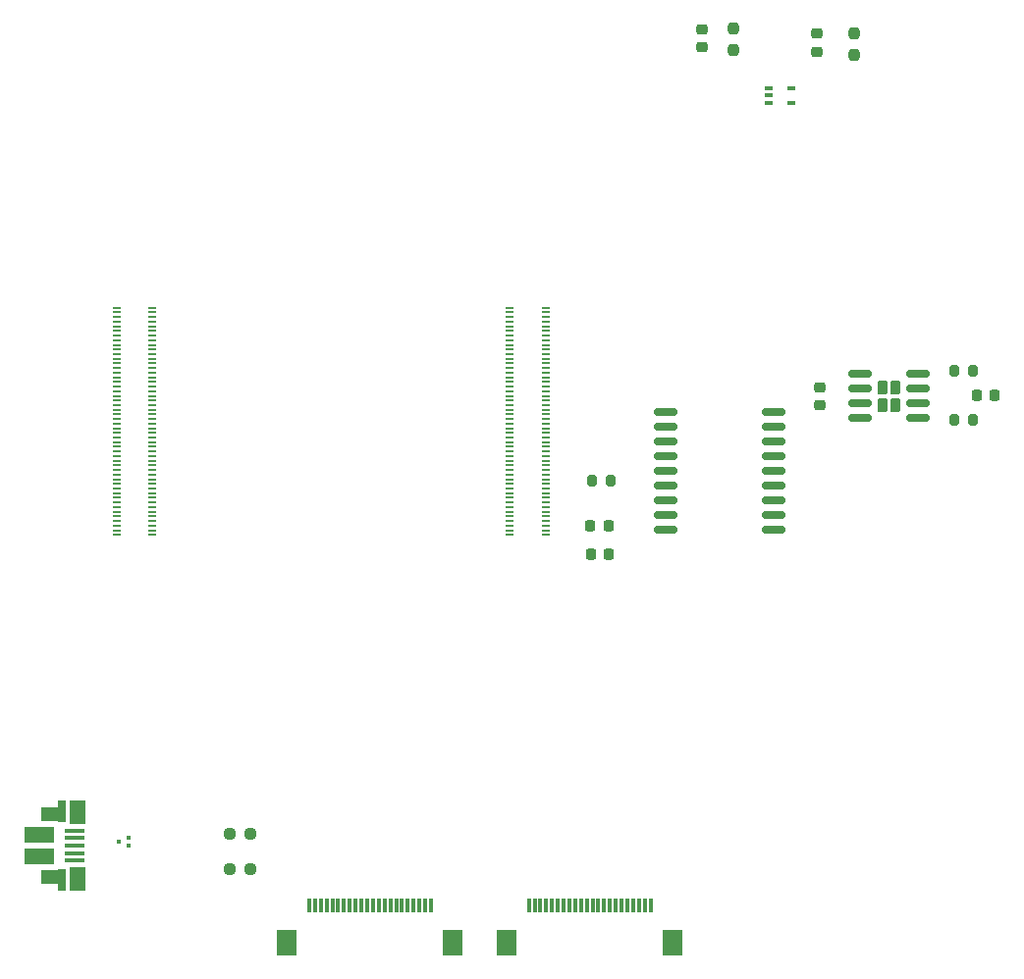
<source format=gtp>
%TF.GenerationSoftware,KiCad,Pcbnew,(6.0.0)*%
%TF.CreationDate,2022-04-24T15:03:07-06:00*%
%TF.ProjectId,CDH,4344482e-6b69-4636-9164-5f7063625858,v01*%
%TF.SameCoordinates,Original*%
%TF.FileFunction,Paste,Top*%
%TF.FilePolarity,Positive*%
%FSLAX46Y46*%
G04 Gerber Fmt 4.6, Leading zero omitted, Abs format (unit mm)*
G04 Created by KiCad (PCBNEW (6.0.0)) date 2022-04-24 15:03:07*
%MOMM*%
%LPD*%
G01*
G04 APERTURE LIST*
G04 Aperture macros list*
%AMRoundRect*
0 Rectangle with rounded corners*
0 $1 Rounding radius*
0 $2 $3 $4 $5 $6 $7 $8 $9 X,Y pos of 4 corners*
0 Add a 4 corners polygon primitive as box body*
4,1,4,$2,$3,$4,$5,$6,$7,$8,$9,$2,$3,0*
0 Add four circle primitives for the rounded corners*
1,1,$1+$1,$2,$3*
1,1,$1+$1,$4,$5*
1,1,$1+$1,$6,$7*
1,1,$1+$1,$8,$9*
0 Add four rect primitives between the rounded corners*
20,1,$1+$1,$2,$3,$4,$5,0*
20,1,$1+$1,$4,$5,$6,$7,0*
20,1,$1+$1,$6,$7,$8,$9,0*
20,1,$1+$1,$8,$9,$2,$3,0*%
G04 Aperture macros list end*
%ADD10RoundRect,0.230000X-0.230000X-0.375000X0.230000X-0.375000X0.230000X0.375000X-0.230000X0.375000X0*%
%ADD11RoundRect,0.150000X-0.825000X-0.150000X0.825000X-0.150000X0.825000X0.150000X-0.825000X0.150000X0*%
%ADD12RoundRect,0.237500X-0.250000X-0.237500X0.250000X-0.237500X0.250000X0.237500X-0.250000X0.237500X0*%
%ADD13R,0.300000X1.300000*%
%ADD14R,1.800000X2.200000*%
%ADD15RoundRect,0.237500X-0.237500X0.250000X-0.237500X-0.250000X0.237500X-0.250000X0.237500X0.250000X0*%
%ADD16RoundRect,0.237500X0.250000X0.237500X-0.250000X0.237500X-0.250000X-0.237500X0.250000X-0.237500X0*%
%ADD17RoundRect,0.225000X-0.225000X-0.250000X0.225000X-0.250000X0.225000X0.250000X-0.225000X0.250000X0*%
%ADD18RoundRect,0.218750X-0.256250X0.218750X-0.256250X-0.218750X0.256250X-0.218750X0.256250X0.218750X0*%
%ADD19R,0.650000X0.400000*%
%ADD20RoundRect,0.225000X0.225000X0.250000X-0.225000X0.250000X-0.225000X-0.250000X0.225000X-0.250000X0*%
%ADD21RoundRect,0.225000X0.250000X-0.225000X0.250000X0.225000X-0.250000X0.225000X-0.250000X-0.225000X0*%
%ADD22RoundRect,0.150000X0.875000X0.150000X-0.875000X0.150000X-0.875000X-0.150000X0.875000X-0.150000X0*%
%ADD23R,1.750000X0.400000*%
%ADD24R,2.000000X1.300000*%
%ADD25R,1.400000X2.000000*%
%ADD26R,2.500000X1.425000*%
%ADD27R,0.700000X1.825000*%
%ADD28R,0.300000X0.300000*%
%ADD29RoundRect,0.200000X-0.200000X-0.275000X0.200000X-0.275000X0.200000X0.275000X-0.200000X0.275000X0*%
%ADD30R,0.700000X0.200000*%
%ADD31RoundRect,0.200000X0.200000X0.275000X-0.200000X0.275000X-0.200000X-0.275000X0.200000X-0.275000X0*%
G04 APERTURE END LIST*
D10*
%TO.C,U1*%
X182650000Y-93970000D03*
X181510000Y-92470000D03*
X182650000Y-92470000D03*
X181510000Y-93970000D03*
D11*
X179605000Y-91315000D03*
X179605000Y-92585000D03*
X179605000Y-93855000D03*
X179605000Y-95125000D03*
X184555000Y-95125000D03*
X184555000Y-93855000D03*
X184555000Y-92585000D03*
X184555000Y-91315000D03*
%TD*%
D12*
%TO.C,R7*%
X125175000Y-134000000D03*
X127000000Y-134000000D03*
%TD*%
D13*
%TO.C,Camera1*%
X132060000Y-137150000D03*
X132560000Y-137150000D03*
X133060000Y-137150000D03*
X133560000Y-137150000D03*
X134060000Y-137150000D03*
X134560000Y-137150000D03*
X135060000Y-137150000D03*
X135560000Y-137150000D03*
X136060000Y-137150000D03*
X136560000Y-137150000D03*
X137060000Y-137150000D03*
X137560000Y-137150000D03*
X138060000Y-137150000D03*
X138560000Y-137150000D03*
X139060000Y-137150000D03*
X139560000Y-137150000D03*
X140060000Y-137150000D03*
X140560000Y-137150000D03*
X141060000Y-137150000D03*
X141560000Y-137150000D03*
X142060000Y-137150000D03*
X142560000Y-137150000D03*
D14*
X130160000Y-140400000D03*
X144460000Y-140400000D03*
%TD*%
D15*
%TO.C,R2*%
X179060000Y-61927500D03*
X179060000Y-63752500D03*
%TD*%
%TO.C,R3*%
X168610000Y-61467500D03*
X168610000Y-63292500D03*
%TD*%
D16*
%TO.C,R8*%
X127000000Y-131000000D03*
X125175000Y-131000000D03*
%TD*%
D17*
%TO.C,C4*%
X189610000Y-93150000D03*
X191160000Y-93150000D03*
%TD*%
D18*
%TO.C,D1*%
X175840000Y-61912500D03*
X175840000Y-63487500D03*
%TD*%
D19*
%TO.C,U4*%
X171720000Y-66610000D03*
X171720000Y-67260000D03*
X171720000Y-67910000D03*
X173620000Y-67910000D03*
X173620000Y-66610000D03*
%TD*%
D18*
%TO.C,D2*%
X165962500Y-61542500D03*
X165962500Y-63117500D03*
%TD*%
D20*
%TO.C,C2*%
X157930000Y-106890000D03*
X156380000Y-106890000D03*
%TD*%
D21*
%TO.C,C3*%
X176120000Y-93985000D03*
X176120000Y-92435000D03*
%TD*%
D22*
%TO.C,U3*%
X172130000Y-104730000D03*
X172130000Y-103460000D03*
X172130000Y-102190000D03*
X172130000Y-100920000D03*
X172130000Y-99650000D03*
X172130000Y-98380000D03*
X172130000Y-97110000D03*
X172130000Y-95840000D03*
X172130000Y-94570000D03*
X162830000Y-94570000D03*
X162830000Y-95840000D03*
X162830000Y-97110000D03*
X162830000Y-98380000D03*
X162830000Y-99650000D03*
X162830000Y-100920000D03*
X162830000Y-102190000D03*
X162830000Y-103460000D03*
X162830000Y-104730000D03*
%TD*%
D23*
%TO.C,J4*%
X111820000Y-130700000D03*
X111820000Y-131350000D03*
X111820000Y-132000000D03*
X111820000Y-132650000D03*
X111820000Y-133300000D03*
D24*
X109930000Y-129275000D03*
D25*
X112060000Y-129150000D03*
D26*
X108750000Y-132962500D03*
D27*
X110700000Y-134987500D03*
D24*
X109930000Y-134725000D03*
D26*
X108750000Y-131037500D03*
D25*
X112060000Y-134900000D03*
D27*
X110700000Y-129012500D03*
%TD*%
D13*
%TO.C,Display1*%
X151000000Y-137130000D03*
X151500000Y-137130000D03*
X152000000Y-137130000D03*
X152500000Y-137130000D03*
X153000000Y-137130000D03*
X153500000Y-137130000D03*
X154000000Y-137130000D03*
X154500000Y-137130000D03*
X155000000Y-137130000D03*
X155500000Y-137130000D03*
X156000000Y-137130000D03*
X156500000Y-137130000D03*
X157000000Y-137130000D03*
X157500000Y-137130000D03*
X158000000Y-137130000D03*
X158500000Y-137130000D03*
X159000000Y-137130000D03*
X159500000Y-137130000D03*
X160000000Y-137130000D03*
X160500000Y-137130000D03*
X161000000Y-137130000D03*
X161500000Y-137130000D03*
D14*
X163400000Y-140380000D03*
X149100000Y-140380000D03*
%TD*%
D20*
%TO.C,C1*%
X157870000Y-104365000D03*
X156320000Y-104365000D03*
%TD*%
D28*
%TO.C,U2*%
X116525000Y-132040000D03*
X116525000Y-131340000D03*
X115675000Y-131690000D03*
%TD*%
D29*
%TO.C,R10*%
X187655000Y-91020000D03*
X189305000Y-91020000D03*
%TD*%
D30*
%TO.C,Module1*%
X152430000Y-105180000D03*
X149350000Y-105180000D03*
X152430000Y-104780000D03*
X149350000Y-104780000D03*
X152430000Y-104380000D03*
X149350000Y-104380000D03*
X152430000Y-103980000D03*
X149350000Y-103980000D03*
X152430000Y-103580000D03*
X149350000Y-103580000D03*
X152430000Y-103180000D03*
X149350000Y-103180000D03*
X152430000Y-102780000D03*
X149350000Y-102780000D03*
X152430000Y-102380000D03*
X149350000Y-102380000D03*
X152430000Y-101980000D03*
X149350000Y-101980000D03*
X152430000Y-101580000D03*
X149350000Y-101580000D03*
X152430000Y-101180000D03*
X149350000Y-101180000D03*
X152430000Y-100780000D03*
X149350000Y-100780000D03*
X152430000Y-100380000D03*
X149350000Y-100380000D03*
X152430000Y-99980000D03*
X149350000Y-99980000D03*
X152430000Y-99580000D03*
X149350000Y-99580000D03*
X152430000Y-99180000D03*
X149350000Y-99180000D03*
X152430000Y-98780000D03*
X149350000Y-98780000D03*
X152430000Y-98380000D03*
X149350000Y-98380000D03*
X152430000Y-97980000D03*
X149350000Y-97980000D03*
X152430000Y-97580000D03*
X149350000Y-97580000D03*
X152430000Y-97180000D03*
X149350000Y-97180000D03*
X152430000Y-96780000D03*
X149350000Y-96780000D03*
X152430000Y-96380000D03*
X149350000Y-96380000D03*
X152430000Y-95980000D03*
X149350000Y-95980000D03*
X152430000Y-95580000D03*
X149350000Y-95580000D03*
X152430000Y-95180000D03*
X149350000Y-95180000D03*
X152430000Y-94780000D03*
X149350000Y-94780000D03*
X152430000Y-94380000D03*
X149350000Y-94380000D03*
X152430000Y-93980000D03*
X149350000Y-93980000D03*
X152430000Y-93580000D03*
X149350000Y-93580000D03*
X152430000Y-93180000D03*
X149350000Y-93180000D03*
X152430000Y-92780000D03*
X149350000Y-92780000D03*
X152430000Y-92380000D03*
X149350000Y-92380000D03*
X152430000Y-91980000D03*
X149350000Y-91980000D03*
X152430000Y-91580000D03*
X149350000Y-91580000D03*
X152430000Y-91180000D03*
X149350000Y-91180000D03*
X152430000Y-90780000D03*
X149350000Y-90780000D03*
X152430000Y-90380000D03*
X149350000Y-90380000D03*
X152430000Y-89980000D03*
X149350000Y-89980000D03*
X152430000Y-89580000D03*
X149350000Y-89580000D03*
X152430000Y-89180000D03*
X149350000Y-89180000D03*
X152430000Y-88780000D03*
X149350000Y-88780000D03*
X152430000Y-88380000D03*
X149350000Y-88380000D03*
X152430000Y-87980000D03*
X149350000Y-87980000D03*
X152430000Y-87580000D03*
X149350000Y-87580000D03*
X152430000Y-87180000D03*
X149350000Y-87180000D03*
X152430000Y-86780000D03*
X149350000Y-86780000D03*
X152430000Y-86380000D03*
X149350000Y-86380000D03*
X152430000Y-85980000D03*
X149350000Y-85980000D03*
X152430000Y-85580000D03*
X149350000Y-85580000D03*
X118510000Y-105180000D03*
X115430000Y-105180000D03*
X118510000Y-104780000D03*
X115430000Y-104780000D03*
X118510000Y-104380000D03*
X115430000Y-104380000D03*
X118510000Y-103980000D03*
X115430000Y-103980000D03*
X118510000Y-103580000D03*
X115430000Y-103580000D03*
X118510000Y-103180000D03*
X115430000Y-103180000D03*
X118510000Y-102780000D03*
X115430000Y-102780000D03*
X118510000Y-102380000D03*
X115430000Y-102380000D03*
X118510000Y-101980000D03*
X115430000Y-101980000D03*
X118510000Y-101580000D03*
X115430000Y-101580000D03*
X118510000Y-101180000D03*
X115430000Y-101180000D03*
X118510000Y-100780000D03*
X115430000Y-100780000D03*
X118510000Y-100380000D03*
X115430000Y-100380000D03*
X118510000Y-99980000D03*
X115430000Y-99980000D03*
X118510000Y-99580000D03*
X115430000Y-99580000D03*
X118510000Y-99180000D03*
X115430000Y-99180000D03*
X118510000Y-98780000D03*
X115430000Y-98780000D03*
X118510000Y-98380000D03*
X115430000Y-98380000D03*
X118510000Y-97980000D03*
X115430000Y-97980000D03*
X118510000Y-97580000D03*
X115430000Y-97580000D03*
X118510000Y-97180000D03*
X115430000Y-97180000D03*
X118510000Y-96780000D03*
X115430000Y-96780000D03*
X118510000Y-96380000D03*
X115430000Y-96380000D03*
X118510000Y-95980000D03*
X115430000Y-95980000D03*
X118510000Y-95580000D03*
X115430000Y-95580000D03*
X118510000Y-95180000D03*
X115430000Y-95180000D03*
X118510000Y-94780000D03*
X115430000Y-94780000D03*
X118510000Y-94380000D03*
X115430000Y-94380000D03*
X118510000Y-93980000D03*
X115430000Y-93980000D03*
X118510000Y-93580000D03*
X115430000Y-93580000D03*
X118510000Y-93180000D03*
X115430000Y-93180000D03*
X118510000Y-92780000D03*
X115430000Y-92780000D03*
X118510000Y-92380000D03*
X115430000Y-92380000D03*
X118510000Y-91980000D03*
X115430000Y-91980000D03*
X118510000Y-91580000D03*
X115430000Y-91580000D03*
X118510000Y-91180000D03*
X115430000Y-91180000D03*
X118510000Y-90780000D03*
X115430000Y-90780000D03*
X118510000Y-90380000D03*
X115430000Y-90380000D03*
X118510000Y-89980000D03*
X115430000Y-89980000D03*
X118510000Y-89580000D03*
X115430000Y-89580000D03*
X118510000Y-89180000D03*
X115430000Y-89180000D03*
X118510000Y-88780000D03*
X115430000Y-88780000D03*
X118510000Y-88380000D03*
X115430000Y-88380000D03*
X118510000Y-87980000D03*
X115430000Y-87980000D03*
X118510000Y-87580000D03*
X115430000Y-87580000D03*
X118510000Y-87180000D03*
X115430000Y-87180000D03*
X118510000Y-86780000D03*
X115430000Y-86780000D03*
X118510000Y-86380000D03*
X115430000Y-86380000D03*
X118510000Y-85980000D03*
X115430000Y-85980000D03*
X118510000Y-85580000D03*
X115430000Y-85580000D03*
%TD*%
D29*
%TO.C,R1*%
X156420000Y-100530000D03*
X158070000Y-100530000D03*
%TD*%
D31*
%TO.C,R9*%
X189305000Y-95270000D03*
X187655000Y-95270000D03*
%TD*%
M02*

</source>
